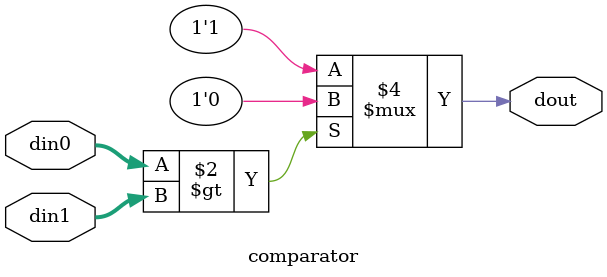
<source format=v>
`timescale 1ns/1ns

module  comparator #(parameter	BUS_WIDTH = 256) (
	input 	[BUS_WIDTH-1:0]	din0,
	input 	[BUS_WIDTH-1:0]	din1,
	output	reg				dout
);	

always @(*) begin
	if (din0 > din1) begin
		dout = 1'b0;
	end else begin
		dout = 1'b1;
	end
end


endmodule
</source>
